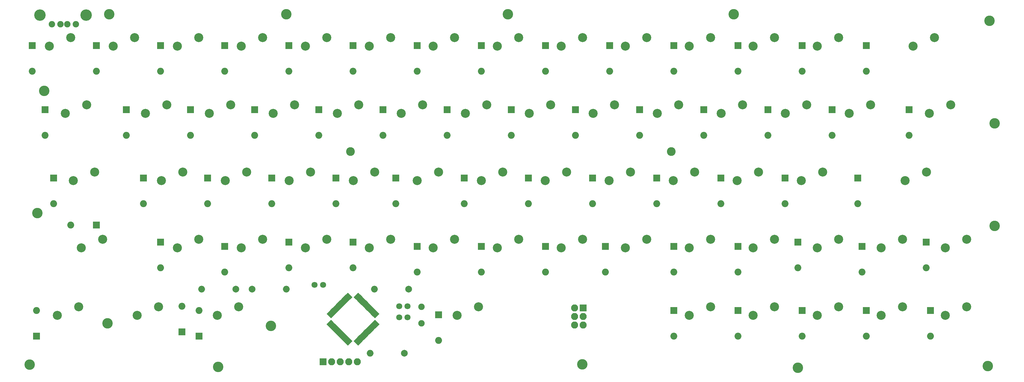
<source format=gbs>
G04 #@! TF.FileFunction,Soldermask,Bot*
%FSLAX46Y46*%
G04 Gerber Fmt 4.6, Leading zero omitted, Abs format (unit mm)*
G04 Created by KiCad (PCBNEW 4.0.6) date Saturday, May 27, 2017 'AMt' 11:31:39 AM*
%MOMM*%
%LPD*%
G01*
G04 APERTURE LIST*
%ADD10C,0.100000*%
%ADD11C,3.100000*%
%ADD12C,2.600000*%
%ADD13C,1.800000*%
%ADD14C,2.051000*%
%ADD15R,2.051000X2.051000*%
%ADD16C,1.900000*%
%ADD17C,3.400000*%
%ADD18R,2.100000X2.100000*%
%ADD19O,2.100000X2.100000*%
%ADD20C,2.000000*%
%ADD21O,2.000000X2.000000*%
%ADD22C,2.686000*%
G04 APERTURE END LIST*
D10*
D11*
X103975000Y-252794000D03*
X47968000Y-252159000D03*
X276060000Y-253048000D03*
D12*
X238468000Y-188786000D03*
D11*
X71590000Y-148000000D03*
X124168000Y-148000000D03*
X190000000Y-148000000D03*
X257010000Y-148000000D03*
X332956000Y-149924000D03*
X334480000Y-180404000D03*
X334480000Y-210884000D03*
X52286000Y-170752000D03*
X50254000Y-207074000D03*
X332448000Y-252540000D03*
X212052000Y-252032000D03*
X119596000Y-240602000D03*
D13*
X157696000Y-238062000D03*
X160196000Y-238062000D03*
X157696000Y-234760000D03*
X160196000Y-234760000D03*
X135090000Y-228410000D03*
X132590000Y-228410000D03*
D14*
X48730000Y-164910000D03*
D15*
X48730000Y-157290000D03*
D14*
X67780000Y-164910000D03*
D15*
X67780000Y-157290000D03*
D14*
X86830000Y-164910000D03*
D15*
X86830000Y-157290000D03*
D14*
X105880000Y-164910000D03*
D15*
X105880000Y-157290000D03*
D14*
X124930000Y-164910000D03*
D15*
X124930000Y-157290000D03*
D14*
X143980000Y-164910000D03*
D15*
X143980000Y-157290000D03*
D14*
X163030000Y-164910000D03*
D15*
X163030000Y-157290000D03*
D14*
X182080000Y-164910000D03*
D15*
X182080000Y-157290000D03*
D14*
X201130000Y-164910000D03*
D15*
X201130000Y-157290000D03*
D14*
X220180000Y-164910000D03*
D15*
X220180000Y-157290000D03*
D14*
X239230000Y-164910000D03*
D15*
X239230000Y-157290000D03*
D14*
X258280000Y-164910000D03*
D15*
X258280000Y-157290000D03*
D14*
X277330000Y-164910000D03*
D15*
X277330000Y-157290000D03*
D14*
X296380000Y-164910000D03*
D15*
X296380000Y-157290000D03*
D14*
X52540000Y-183960000D03*
D15*
X52540000Y-176340000D03*
D14*
X76670000Y-183960000D03*
D15*
X76670000Y-176340000D03*
D14*
X95720000Y-183960000D03*
D15*
X95720000Y-176340000D03*
D14*
X114770000Y-183960000D03*
D15*
X114770000Y-176340000D03*
D14*
X133820000Y-183960000D03*
D15*
X133820000Y-176340000D03*
D14*
X152870000Y-183960000D03*
D15*
X152870000Y-176340000D03*
D14*
X171920000Y-183960000D03*
D15*
X171920000Y-176340000D03*
D14*
X190970000Y-183960000D03*
D15*
X190970000Y-176340000D03*
D14*
X210020000Y-183960000D03*
D15*
X210020000Y-176340000D03*
D14*
X229070000Y-183960000D03*
D15*
X229070000Y-176340000D03*
D14*
X248120000Y-183960000D03*
D15*
X248120000Y-176340000D03*
D14*
X267170000Y-183960000D03*
D15*
X267170000Y-176340000D03*
D14*
X286220000Y-183960000D03*
D15*
X286220000Y-176340000D03*
D14*
X309080000Y-183960000D03*
D15*
X309080000Y-176340000D03*
D14*
X55080000Y-204280000D03*
D15*
X55080000Y-196660000D03*
D14*
X81750000Y-204280000D03*
D15*
X81750000Y-196660000D03*
D14*
X100800000Y-204280000D03*
D15*
X100800000Y-196660000D03*
D14*
X119850000Y-204280000D03*
D15*
X119850000Y-196660000D03*
D14*
X138900000Y-204280000D03*
D15*
X138900000Y-196660000D03*
D14*
X156680000Y-204280000D03*
D15*
X156680000Y-196660000D03*
D14*
X177000000Y-204280000D03*
D15*
X177000000Y-196660000D03*
D14*
X196050000Y-204280000D03*
D15*
X196050000Y-196660000D03*
D14*
X215100000Y-204280000D03*
D15*
X215100000Y-196660000D03*
D14*
X234150000Y-204280000D03*
D15*
X234150000Y-196660000D03*
D14*
X253200000Y-204280000D03*
D15*
X253200000Y-196660000D03*
D14*
X272250000Y-204280000D03*
D15*
X272250000Y-196660000D03*
D14*
X293840000Y-204280000D03*
D15*
X293840000Y-196660000D03*
D14*
X60160000Y-210630000D03*
D15*
X67780000Y-210630000D03*
D14*
X86830000Y-223330000D03*
D15*
X86830000Y-215710000D03*
D14*
X105880000Y-224600000D03*
D15*
X105880000Y-216980000D03*
D14*
X124930000Y-223330000D03*
D15*
X124930000Y-215710000D03*
D14*
X143980000Y-223330000D03*
D15*
X143980000Y-215710000D03*
D14*
X163030000Y-224600000D03*
D15*
X163030000Y-216980000D03*
D14*
X182080000Y-224600000D03*
D15*
X182080000Y-216980000D03*
D14*
X201130000Y-224600000D03*
D15*
X201130000Y-216980000D03*
D14*
X218910000Y-224600000D03*
D15*
X218910000Y-216980000D03*
D14*
X239230000Y-224600000D03*
D15*
X239230000Y-216980000D03*
D14*
X258280000Y-224600000D03*
D15*
X258280000Y-216980000D03*
D14*
X276060000Y-223330000D03*
D15*
X276060000Y-215710000D03*
D14*
X295110000Y-224600000D03*
D15*
X295110000Y-216980000D03*
D14*
X50000000Y-236030000D03*
D15*
X50000000Y-243650000D03*
D14*
X93180000Y-234760000D03*
D15*
X93180000Y-242380000D03*
D14*
X98260000Y-236030000D03*
D15*
X98260000Y-243650000D03*
D14*
X169380000Y-244920000D03*
D15*
X169380000Y-237300000D03*
D14*
X239230000Y-243650000D03*
D15*
X239230000Y-236030000D03*
D14*
X258280000Y-243650000D03*
D15*
X258280000Y-236030000D03*
D14*
X277330000Y-243650000D03*
D15*
X277330000Y-236030000D03*
D14*
X296380000Y-243650000D03*
D15*
X296380000Y-236030000D03*
D14*
X315430000Y-243650000D03*
D15*
X315430000Y-236030000D03*
D14*
X314160000Y-223330000D03*
D15*
X314160000Y-215710000D03*
D16*
X61682000Y-150940000D03*
X59142000Y-150940000D03*
X57112000Y-150940000D03*
X54572000Y-150940000D03*
D17*
X64732000Y-148270000D03*
X51012000Y-148270000D03*
D18*
X212306000Y-235268000D03*
D19*
X209766000Y-235268000D03*
X212306000Y-237808000D03*
X209766000Y-237808000D03*
X212306000Y-240348000D03*
X209766000Y-240348000D03*
D20*
X160490000Y-229680000D03*
D21*
X150330000Y-229680000D03*
D20*
X114008000Y-229680000D03*
D21*
X124168000Y-229680000D03*
D20*
X109182000Y-229680000D03*
D21*
X99022000Y-229680000D03*
D20*
X159220000Y-248730000D03*
D21*
X149060000Y-248730000D03*
D22*
X60165000Y-154920000D03*
X53815000Y-157460000D03*
X79165000Y-154920000D03*
X72815000Y-157460000D03*
X98165000Y-154920000D03*
X91815000Y-157460000D03*
X117165000Y-154920000D03*
X110815000Y-157460000D03*
X136165000Y-154920000D03*
X129815000Y-157460000D03*
X155165000Y-154920000D03*
X148815000Y-157460000D03*
X174165000Y-154920000D03*
X167815000Y-157460000D03*
X193165000Y-154920000D03*
X186815000Y-157460000D03*
X212165000Y-154920000D03*
X205815000Y-157460000D03*
X231165000Y-154920000D03*
X224815000Y-157460000D03*
X250165000Y-154920000D03*
X243815000Y-157460000D03*
X269165000Y-154920000D03*
X262815000Y-157460000D03*
X288165000Y-154920000D03*
X281815000Y-157460000D03*
X316665000Y-154920000D03*
X310315000Y-157460000D03*
X64915000Y-174920000D03*
X58565000Y-177460000D03*
X88665000Y-174920000D03*
X82315000Y-177460000D03*
X107665000Y-174920000D03*
X101315000Y-177460000D03*
X126665000Y-174920000D03*
X120315000Y-177460000D03*
X145665000Y-174920000D03*
X139315000Y-177460000D03*
X164665000Y-174920000D03*
X158315000Y-177460000D03*
X183665000Y-174920000D03*
X177315000Y-177460000D03*
X202665000Y-174920000D03*
X196315000Y-177460000D03*
X221665000Y-174920000D03*
X215315000Y-177460000D03*
X240665000Y-174920000D03*
X234315000Y-177460000D03*
X259665000Y-174920000D03*
X253315000Y-177460000D03*
X278665000Y-174920000D03*
X272315000Y-177460000D03*
X297665000Y-174920000D03*
X291315000Y-177460000D03*
X321415000Y-174920000D03*
X315065000Y-177460000D03*
X67290000Y-194920000D03*
X60940000Y-197460000D03*
X93415000Y-194920000D03*
X87065000Y-197460000D03*
X112415000Y-194920000D03*
X106065000Y-197460000D03*
X131415000Y-194920000D03*
X125065000Y-197460000D03*
X150415000Y-194920000D03*
X144065000Y-197460000D03*
X169415000Y-194920000D03*
X163065000Y-197460000D03*
X188415000Y-194920000D03*
X182065000Y-197460000D03*
X207415000Y-194920000D03*
X201065000Y-197460000D03*
X226415000Y-194920000D03*
X220065000Y-197460000D03*
X245415000Y-194920000D03*
X239065000Y-197460000D03*
X264415000Y-194920000D03*
X258065000Y-197460000D03*
X283415000Y-194920000D03*
X277065000Y-197460000D03*
X314290000Y-194920000D03*
X307940000Y-197460000D03*
X98165000Y-214920000D03*
X91815000Y-217460000D03*
X117165000Y-214920000D03*
X110815000Y-217460000D03*
X136165000Y-214920000D03*
X129815000Y-217460000D03*
X155165000Y-214920000D03*
X148815000Y-217460000D03*
X174165000Y-214920000D03*
X167815000Y-217460000D03*
X193165000Y-214920000D03*
X186815000Y-217460000D03*
X212165000Y-214920000D03*
X205815000Y-217460000D03*
X231165000Y-214920000D03*
X224815000Y-217460000D03*
X250165000Y-214920000D03*
X243815000Y-217460000D03*
X269165000Y-214920000D03*
X262815000Y-217460000D03*
X288165000Y-214920000D03*
X281815000Y-217460000D03*
X62540000Y-234920000D03*
X56190000Y-237460000D03*
X86290000Y-234920000D03*
X79940000Y-237460000D03*
X110040000Y-234920000D03*
X103690000Y-237460000D03*
X181290000Y-234920000D03*
X174940000Y-237460000D03*
X250165000Y-234920000D03*
X243815000Y-237460000D03*
X269165000Y-234920000D03*
X262815000Y-237460000D03*
X288165000Y-234920000D03*
X281815000Y-237460000D03*
X307165000Y-234920000D03*
X300815000Y-237460000D03*
X326165000Y-234920000D03*
X319815000Y-237460000D03*
X326165000Y-214920000D03*
X319815000Y-217460000D03*
D10*
G36*
X136113437Y-237032042D02*
X136785188Y-236360291D01*
X138128691Y-237703794D01*
X137456940Y-238375545D01*
X136113437Y-237032042D01*
X136113437Y-237032042D01*
G37*
G36*
X136679123Y-236466357D02*
X137350874Y-235794606D01*
X138694377Y-237138109D01*
X138022626Y-237809860D01*
X136679123Y-236466357D01*
X136679123Y-236466357D01*
G37*
G36*
X137244808Y-235900672D02*
X137916559Y-235228921D01*
X139260062Y-236572424D01*
X138588311Y-237244175D01*
X137244808Y-235900672D01*
X137244808Y-235900672D01*
G37*
G36*
X137810493Y-235334986D02*
X138482244Y-234663235D01*
X139825747Y-236006738D01*
X139153996Y-236678489D01*
X137810493Y-235334986D01*
X137810493Y-235334986D01*
G37*
G36*
X138376179Y-234769301D02*
X139047930Y-234097550D01*
X140391433Y-235441053D01*
X139719682Y-236112804D01*
X138376179Y-234769301D01*
X138376179Y-234769301D01*
G37*
G36*
X138941864Y-234203615D02*
X139613615Y-233531864D01*
X140957118Y-234875367D01*
X140285367Y-235547118D01*
X138941864Y-234203615D01*
X138941864Y-234203615D01*
G37*
G36*
X139507550Y-233637930D02*
X140179301Y-232966179D01*
X141522804Y-234309682D01*
X140851053Y-234981433D01*
X139507550Y-233637930D01*
X139507550Y-233637930D01*
G37*
G36*
X140073235Y-233072244D02*
X140744986Y-232400493D01*
X142088489Y-233743996D01*
X141416738Y-234415747D01*
X140073235Y-233072244D01*
X140073235Y-233072244D01*
G37*
G36*
X140638921Y-232506559D02*
X141310672Y-231834808D01*
X142654175Y-233178311D01*
X141982424Y-233850062D01*
X140638921Y-232506559D01*
X140638921Y-232506559D01*
G37*
G36*
X141204606Y-231940874D02*
X141876357Y-231269123D01*
X143219860Y-232612626D01*
X142548109Y-233284377D01*
X141204606Y-231940874D01*
X141204606Y-231940874D01*
G37*
G36*
X141770291Y-231375188D02*
X142442042Y-230703437D01*
X143785545Y-232046940D01*
X143113794Y-232718691D01*
X141770291Y-231375188D01*
X141770291Y-231375188D01*
G37*
G36*
X145517958Y-230703437D02*
X146189709Y-231375188D01*
X144846206Y-232718691D01*
X144174455Y-232046940D01*
X145517958Y-230703437D01*
X145517958Y-230703437D01*
G37*
G36*
X146083643Y-231269123D02*
X146755394Y-231940874D01*
X145411891Y-233284377D01*
X144740140Y-232612626D01*
X146083643Y-231269123D01*
X146083643Y-231269123D01*
G37*
G36*
X146649328Y-231834808D02*
X147321079Y-232506559D01*
X145977576Y-233850062D01*
X145305825Y-233178311D01*
X146649328Y-231834808D01*
X146649328Y-231834808D01*
G37*
G36*
X147215014Y-232400493D02*
X147886765Y-233072244D01*
X146543262Y-234415747D01*
X145871511Y-233743996D01*
X147215014Y-232400493D01*
X147215014Y-232400493D01*
G37*
G36*
X147780699Y-232966179D02*
X148452450Y-233637930D01*
X147108947Y-234981433D01*
X146437196Y-234309682D01*
X147780699Y-232966179D01*
X147780699Y-232966179D01*
G37*
G36*
X148346385Y-233531864D02*
X149018136Y-234203615D01*
X147674633Y-235547118D01*
X147002882Y-234875367D01*
X148346385Y-233531864D01*
X148346385Y-233531864D01*
G37*
G36*
X148912070Y-234097550D02*
X149583821Y-234769301D01*
X148240318Y-236112804D01*
X147568567Y-235441053D01*
X148912070Y-234097550D01*
X148912070Y-234097550D01*
G37*
G36*
X149477756Y-234663235D02*
X150149507Y-235334986D01*
X148806004Y-236678489D01*
X148134253Y-236006738D01*
X149477756Y-234663235D01*
X149477756Y-234663235D01*
G37*
G36*
X150043441Y-235228921D02*
X150715192Y-235900672D01*
X149371689Y-237244175D01*
X148699938Y-236572424D01*
X150043441Y-235228921D01*
X150043441Y-235228921D01*
G37*
G36*
X150609126Y-235794606D02*
X151280877Y-236466357D01*
X149937374Y-237809860D01*
X149265623Y-237138109D01*
X150609126Y-235794606D01*
X150609126Y-235794606D01*
G37*
G36*
X151174812Y-236360291D02*
X151846563Y-237032042D01*
X150503060Y-238375545D01*
X149831309Y-237703794D01*
X151174812Y-236360291D01*
X151174812Y-236360291D01*
G37*
G36*
X149831309Y-239436206D02*
X150503060Y-238764455D01*
X151846563Y-240107958D01*
X151174812Y-240779709D01*
X149831309Y-239436206D01*
X149831309Y-239436206D01*
G37*
G36*
X149265623Y-240001891D02*
X149937374Y-239330140D01*
X151280877Y-240673643D01*
X150609126Y-241345394D01*
X149265623Y-240001891D01*
X149265623Y-240001891D01*
G37*
G36*
X148699938Y-240567576D02*
X149371689Y-239895825D01*
X150715192Y-241239328D01*
X150043441Y-241911079D01*
X148699938Y-240567576D01*
X148699938Y-240567576D01*
G37*
G36*
X148134253Y-241133262D02*
X148806004Y-240461511D01*
X150149507Y-241805014D01*
X149477756Y-242476765D01*
X148134253Y-241133262D01*
X148134253Y-241133262D01*
G37*
G36*
X147568567Y-241698947D02*
X148240318Y-241027196D01*
X149583821Y-242370699D01*
X148912070Y-243042450D01*
X147568567Y-241698947D01*
X147568567Y-241698947D01*
G37*
G36*
X147002882Y-242264633D02*
X147674633Y-241592882D01*
X149018136Y-242936385D01*
X148346385Y-243608136D01*
X147002882Y-242264633D01*
X147002882Y-242264633D01*
G37*
G36*
X146437196Y-242830318D02*
X147108947Y-242158567D01*
X148452450Y-243502070D01*
X147780699Y-244173821D01*
X146437196Y-242830318D01*
X146437196Y-242830318D01*
G37*
G36*
X145871511Y-243396004D02*
X146543262Y-242724253D01*
X147886765Y-244067756D01*
X147215014Y-244739507D01*
X145871511Y-243396004D01*
X145871511Y-243396004D01*
G37*
G36*
X145305825Y-243961689D02*
X145977576Y-243289938D01*
X147321079Y-244633441D01*
X146649328Y-245305192D01*
X145305825Y-243961689D01*
X145305825Y-243961689D01*
G37*
G36*
X144740140Y-244527374D02*
X145411891Y-243855623D01*
X146755394Y-245199126D01*
X146083643Y-245870877D01*
X144740140Y-244527374D01*
X144740140Y-244527374D01*
G37*
G36*
X144174455Y-245093060D02*
X144846206Y-244421309D01*
X146189709Y-245764812D01*
X145517958Y-246436563D01*
X144174455Y-245093060D01*
X144174455Y-245093060D01*
G37*
G36*
X143113794Y-244421309D02*
X143785545Y-245093060D01*
X142442042Y-246436563D01*
X141770291Y-245764812D01*
X143113794Y-244421309D01*
X143113794Y-244421309D01*
G37*
G36*
X142548109Y-243855623D02*
X143219860Y-244527374D01*
X141876357Y-245870877D01*
X141204606Y-245199126D01*
X142548109Y-243855623D01*
X142548109Y-243855623D01*
G37*
G36*
X141982424Y-243289938D02*
X142654175Y-243961689D01*
X141310672Y-245305192D01*
X140638921Y-244633441D01*
X141982424Y-243289938D01*
X141982424Y-243289938D01*
G37*
G36*
X141416738Y-242724253D02*
X142088489Y-243396004D01*
X140744986Y-244739507D01*
X140073235Y-244067756D01*
X141416738Y-242724253D01*
X141416738Y-242724253D01*
G37*
G36*
X140851053Y-242158567D02*
X141522804Y-242830318D01*
X140179301Y-244173821D01*
X139507550Y-243502070D01*
X140851053Y-242158567D01*
X140851053Y-242158567D01*
G37*
G36*
X140285367Y-241592882D02*
X140957118Y-242264633D01*
X139613615Y-243608136D01*
X138941864Y-242936385D01*
X140285367Y-241592882D01*
X140285367Y-241592882D01*
G37*
G36*
X139719682Y-241027196D02*
X140391433Y-241698947D01*
X139047930Y-243042450D01*
X138376179Y-242370699D01*
X139719682Y-241027196D01*
X139719682Y-241027196D01*
G37*
G36*
X139153996Y-240461511D02*
X139825747Y-241133262D01*
X138482244Y-242476765D01*
X137810493Y-241805014D01*
X139153996Y-240461511D01*
X139153996Y-240461511D01*
G37*
G36*
X138588311Y-239895825D02*
X139260062Y-240567576D01*
X137916559Y-241911079D01*
X137244808Y-241239328D01*
X138588311Y-239895825D01*
X138588311Y-239895825D01*
G37*
G36*
X138022626Y-239330140D02*
X138694377Y-240001891D01*
X137350874Y-241345394D01*
X136679123Y-240673643D01*
X138022626Y-239330140D01*
X138022626Y-239330140D01*
G37*
G36*
X137456940Y-238764455D02*
X138128691Y-239436206D01*
X136785188Y-240779709D01*
X136113437Y-240107958D01*
X137456940Y-238764455D01*
X137456940Y-238764455D01*
G37*
D16*
X164300000Y-239840000D03*
X164300000Y-234960000D03*
D18*
X135090000Y-251270000D03*
D19*
X137630000Y-251270000D03*
X140170000Y-251270000D03*
X142710000Y-251270000D03*
X145250000Y-251270000D03*
D22*
X307165000Y-214920000D03*
X300815000Y-217460000D03*
D11*
X71082000Y-239840000D03*
D12*
X143218000Y-188786000D03*
D22*
X69665000Y-214920000D03*
X63315000Y-217460000D03*
M02*

</source>
